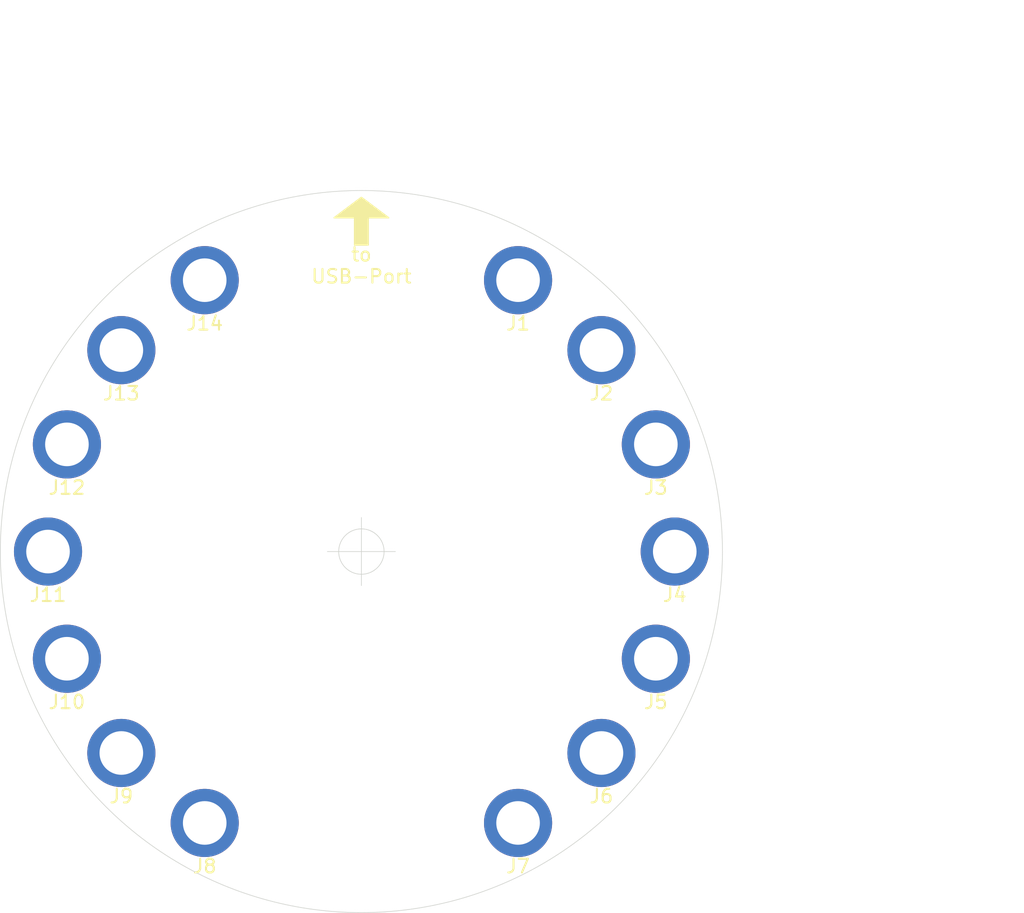
<source format=kicad_pcb>
(kicad_pcb (version 20171130) (host pcbnew 5.1.4+dfsg1-1~bpo10+1)

  (general
    (thickness 1.6)
    (drawings 7)
    (tracks 0)
    (zones 0)
    (modules 14)
    (nets 1)
  )

  (page A4)
  (layers
    (0 F.Cu signal)
    (31 B.Cu signal)
    (32 B.Adhes user)
    (33 F.Adhes user)
    (34 B.Paste user)
    (35 F.Paste user)
    (36 B.SilkS user)
    (37 F.SilkS user)
    (38 B.Mask user)
    (39 F.Mask user)
    (40 Dwgs.User user)
    (41 Cmts.User user)
    (42 Eco1.User user)
    (43 Eco2.User user)
    (44 Edge.Cuts user)
    (45 Margin user)
    (46 B.CrtYd user)
    (47 F.CrtYd user)
    (48 B.Fab user)
    (49 F.Fab user)
  )

  (setup
    (last_trace_width 0.25)
    (trace_clearance 0.2)
    (zone_clearance 0.508)
    (zone_45_only no)
    (trace_min 0.2)
    (via_size 0.8)
    (via_drill 0.4)
    (via_min_size 0.4)
    (via_min_drill 0.3)
    (uvia_size 0.3)
    (uvia_drill 0.1)
    (uvias_allowed no)
    (uvia_min_size 0.2)
    (uvia_min_drill 0.1)
    (edge_width 0.05)
    (segment_width 0.2)
    (pcb_text_width 0.3)
    (pcb_text_size 1.5 1.5)
    (mod_edge_width 0.12)
    (mod_text_size 1 1)
    (mod_text_width 0.15)
    (pad_size 1.524 1.524)
    (pad_drill 0.762)
    (pad_to_mask_clearance 0.051)
    (solder_mask_min_width 0.25)
    (aux_axis_origin 0 0)
    (visible_elements 7FFFFFFF)
    (pcbplotparams
      (layerselection 0x010fc_ffffffff)
      (usegerberextensions false)
      (usegerberattributes false)
      (usegerberadvancedattributes false)
      (creategerberjobfile false)
      (excludeedgelayer true)
      (linewidth 0.100000)
      (plotframeref false)
      (viasonmask false)
      (mode 1)
      (useauxorigin false)
      (hpglpennumber 1)
      (hpglpenspeed 20)
      (hpglpendiameter 15.000000)
      (psnegative false)
      (psa4output false)
      (plotreference true)
      (plotvalue true)
      (plotinvisibletext false)
      (padsonsilk false)
      (subtractmaskfromsilk false)
      (outputformat 1)
      (mirror false)
      (drillshape 1)
      (scaleselection 1)
      (outputdirectory ""))
  )

  (net 0 "")

  (net_class Default "Dies ist die voreingestellte Netzklasse."
    (clearance 0.2)
    (trace_width 0.25)
    (via_dia 0.8)
    (via_drill 0.4)
    (uvia_dia 0.3)
    (uvia_drill 0.1)
  )

  (module CPX-Adapter:CPX-Pad locked (layer F.Cu) (tedit 5E3D558B) (tstamp 5E3E9935)
    (at 128.5 85.081416)
    (path /5E3DA095)
    (fp_text reference J14 (at 0 3.175) (layer F.SilkS)
      (effects (font (size 1 1) (thickness 0.15)))
    )
    (fp_text value GND (at 0 -3.175) (layer F.Fab)
      (effects (font (size 1 1) (thickness 0.15)))
    )
    (pad 1 thru_hole circle (at 0 0) (size 5 5) (drill 3.2) (layers *.Cu *.Mask))
  )

  (module CPX-Adapter:CPX-Pad locked (layer F.Cu) (tedit 5E3D558B) (tstamp 5E3E99D7)
    (at 122.380978 90.215885)
    (path /5E3D9FF4)
    (fp_text reference J13 (at 0 3.175) (layer F.SilkS)
      (effects (font (size 1 1) (thickness 0.15)))
    )
    (fp_text value A4_SCL (at 0 -3.175) (layer F.Fab)
      (effects (font (size 1 1) (thickness 0.15)))
    )
    (pad 1 thru_hole circle (at 0 0) (size 5 5) (drill 3.2) (layers *.Cu *.Mask))
  )

  (module CPX-Adapter:CPX-Pad locked (layer F.Cu) (tedit 5E3D558B) (tstamp 5E3E9927)
    (at 118.38707 97.133537)
    (path /5E3D9C60)
    (fp_text reference J12 (at 0 3.175) (layer F.SilkS)
      (effects (font (size 1 1) (thickness 0.15)))
    )
    (fp_text value A5_SDA (at 0 -3.175) (layer F.Fab)
      (effects (font (size 1 1) (thickness 0.15)))
    )
    (pad 1 thru_hole circle (at 0 0) (size 5 5) (drill 3.2) (layers *.Cu *.Mask))
  )

  (module CPX-Adapter:CPX-Pad locked (layer F.Cu) (tedit 5E3D558B) (tstamp 5E3E99FA)
    (at 117 105)
    (path /5E3D9863)
    (fp_text reference J11 (at 0 3.175) (layer F.SilkS)
      (effects (font (size 1 1) (thickness 0.15)))
    )
    (fp_text value 3.3V (at 0 -3.175) (layer F.Fab)
      (effects (font (size 1 1) (thickness 0.15)))
    )
    (pad 1 thru_hole circle (at 0 0) (size 5 5) (drill 3.2) (layers *.Cu *.Mask))
  )

  (module CPX-Adapter:CPX-Pad locked (layer F.Cu) (tedit 5E3D558B) (tstamp 5E3E9919)
    (at 118.38707 112.866463)
    (path /5E3D948E)
    (fp_text reference J10 (at 0 3.175) (layer F.SilkS)
      (effects (font (size 1 1) (thickness 0.15)))
    )
    (fp_text value A6_Rx (at 0 -3.175) (layer F.Fab)
      (effects (font (size 1 1) (thickness 0.15)))
    )
    (pad 1 thru_hole circle (at 0 0) (size 5 5) (drill 3.2) (layers *.Cu *.Mask))
  )

  (module CPX-Adapter:CPX-Pad locked (layer F.Cu) (tedit 5E3D558B) (tstamp 5E3E9912)
    (at 122.380978 119.784115)
    (path /5E3D936B)
    (fp_text reference J9 (at 0 3.175) (layer F.SilkS)
      (effects (font (size 1 1) (thickness 0.15)))
    )
    (fp_text value A7_Tx (at 0 -3.175) (layer F.Fab)
      (effects (font (size 1 1) (thickness 0.15)))
    )
    (pad 1 thru_hole circle (at 0 0) (size 5 5) (drill 3.2) (layers *.Cu *.Mask))
  )

  (module CPX-Adapter:CPX-Pad locked (layer F.Cu) (tedit 5E3D558B) (tstamp 5E3E990B)
    (at 128.500001 124.918584)
    (path /5E3D9315)
    (fp_text reference J8 (at 0 3.175) (layer F.SilkS)
      (effects (font (size 1 1) (thickness 0.15)))
    )
    (fp_text value GND (at 0 -3.175) (layer F.Fab)
      (effects (font (size 1 1) (thickness 0.15)))
    )
    (pad 1 thru_hole circle (at 0 0) (size 5 5) (drill 3.2) (layers *.Cu *.Mask))
  )

  (module CPX-Adapter:CPX-Pad locked (layer F.Cu) (tedit 5E3D558B) (tstamp 5E3E9904)
    (at 151.5 124.918584)
    (path /5E3D908F)
    (fp_text reference J7 (at 0 3.175) (layer F.SilkS)
      (effects (font (size 1 1) (thickness 0.15)))
    )
    (fp_text value Vout (at 0 -3.175) (layer F.Fab)
      (effects (font (size 1 1) (thickness 0.15)))
    )
    (pad 1 thru_hole circle (at 0 0) (size 5 5) (drill 3.2) (layers *.Cu *.Mask))
  )

  (module CPX-Adapter:CPX-Pad locked (layer F.Cu) (tedit 5E3D558B) (tstamp 5E3E98FD)
    (at 157.619022 119.784115)
    (path /5E3D9020)
    (fp_text reference J6 (at 0 3.175) (layer F.SilkS)
      (effects (font (size 1 1) (thickness 0.15)))
    )
    (fp_text value A0 (at 0 -3.175) (layer F.Fab)
      (effects (font (size 1 1) (thickness 0.15)))
    )
    (pad 1 thru_hole circle (at 0 0) (size 5 5) (drill 3.2) (layers *.Cu *.Mask))
  )

  (module CPX-Adapter:CPX-Pad locked (layer F.Cu) (tedit 5E3D558B) (tstamp 5E3E98F6)
    (at 161.61293 112.866463)
    (path /5E3D8EFD)
    (fp_text reference J5 (at 0 3.175) (layer F.SilkS)
      (effects (font (size 1 1) (thickness 0.15)))
    )
    (fp_text value A1 (at 0 -3.175) (layer F.Fab)
      (effects (font (size 1 1) (thickness 0.15)))
    )
    (pad 1 thru_hole circle (at 0 0) (size 5 5) (drill 3.2) (layers *.Cu *.Mask))
  )

  (module CPX-Adapter:CPX-Pad locked (layer F.Cu) (tedit 5E3D558B) (tstamp 5E3E98EF)
    (at 163 105)
    (path /5E3D8B32)
    (fp_text reference J4 (at 0 3.175) (layer F.SilkS)
      (effects (font (size 1 1) (thickness 0.15)))
    )
    (fp_text value GND (at 0 -3.175) (layer F.Fab)
      (effects (font (size 1 1) (thickness 0.15)))
    )
    (pad 1 thru_hole circle (at 0 0) (size 5 5) (drill 3.2) (layers *.Cu *.Mask))
  )

  (module CPX-Adapter:CPX-Pad locked (layer F.Cu) (tedit 5E3D558B) (tstamp 5E3E98E8)
    (at 161.61293 97.133537)
    (path /5E3D8726)
    (fp_text reference J3 (at 0 3.175) (layer F.SilkS)
      (effects (font (size 1 1) (thickness 0.15)))
    )
    (fp_text value A2 (at 0 -3.175) (layer F.Fab)
      (effects (font (size 1 1) (thickness 0.15)))
    )
    (pad 1 thru_hole circle (at 0 0) (size 5 5) (drill 3.2) (layers *.Cu *.Mask))
  )

  (module CPX-Adapter:CPX-Pad locked (layer F.Cu) (tedit 5E3D558B) (tstamp 5E3E98E1)
    (at 157.619022 90.215885)
    (path /5E3D86D0)
    (fp_text reference J2 (at 0 3.175) (layer F.SilkS)
      (effects (font (size 1 1) (thickness 0.15)))
    )
    (fp_text value A3 (at 0 -3.175) (layer F.Fab)
      (effects (font (size 1 1) (thickness 0.15)))
    )
    (pad 1 thru_hole circle (at 0 0) (size 5 5) (drill 3.2) (layers *.Cu *.Mask))
  )

  (module CPX-Adapter:CPX-Pad locked (layer F.Cu) (tedit 5E3D558B) (tstamp 5E3E98DA)
    (at 151.5 85.081416)
    (path /5E3D7516)
    (fp_text reference J1 (at 0 3.175) (layer F.SilkS)
      (effects (font (size 1 1) (thickness 0.15)))
    )
    (fp_text value 3.3V (at 0 -3.175) (layer F.Fab)
      (effects (font (size 1 1) (thickness 0.15)))
    )
    (pad 1 thru_hole circle (at 0 0) (size 5 5) (drill 3.2) (layers *.Cu *.Mask))
  )

  (gr_text "Circuit Playground or Circuit Playground Express Breakout Board\n\nAll pads are placed according to the Adafruit Circuit Playground Express development board.\nDelete those pads you don't use for space or leave them for stability.\nPads are locked against accidental moving.\nThe board is designed to be screwed on from the BACKSIDE!\nThe round board layout is for minimal footprint with the CPX attacehed,\nfeel free to draw another. But keep the pad placement!" (at 116.5 71) (layer F.Fab)
    (effects (font (size 1 1) (thickness 0.15)) (justify left))
  )
  (gr_poly (pts (xy 139.5 82.5) (xy 140.5 82.5) (xy 140.5 80.5) (xy 142 80.5) (xy 140 79) (xy 138 80.5) (xy 139.5 80.5)) (layer F.SilkS) (width 0.1))
  (gr_text "to\nUSB-Port" (at 140 84) (layer F.SilkS)
    (effects (font (size 1 1) (thickness 0.15)))
  )
  (gr_text Battery (at 140 129) (layer F.Fab)
    (effects (font (size 1 1) (thickness 0.15)))
  )
  (gr_text USB-Port (at 140 81.5) (layer F.Fab)
    (effects (font (size 1 1) (thickness 0.15)))
  )
  (gr_circle (center 140 105) (end 166.5 105) (layer Edge.Cuts) (width 0.05))
  (target plus (at 140 105) (size 5) (width 0.05) (layer Edge.Cuts))

)

</source>
